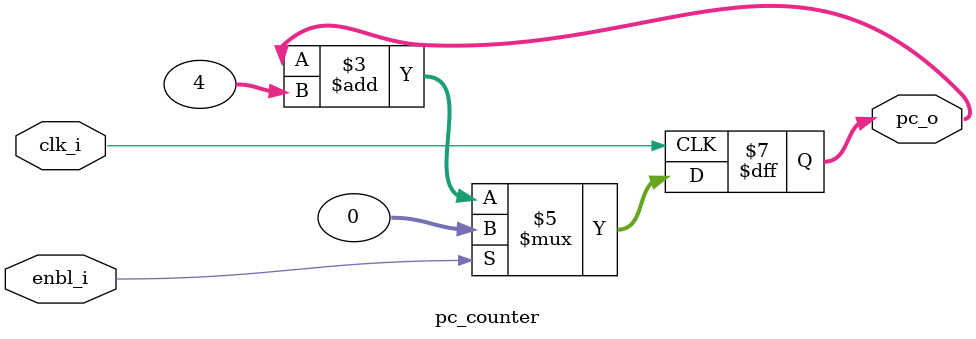
<source format=sv>
module pc_counter(input logic enbl_i,clk_i,output logic [31:0] pc_o);
always@(posedge clk_i)
begin
if(enbl_i == 0)
begin
pc_o <= pc_o + 4;
end
else begin
pc_o <= 0;
end
end
endmodule 
</source>
